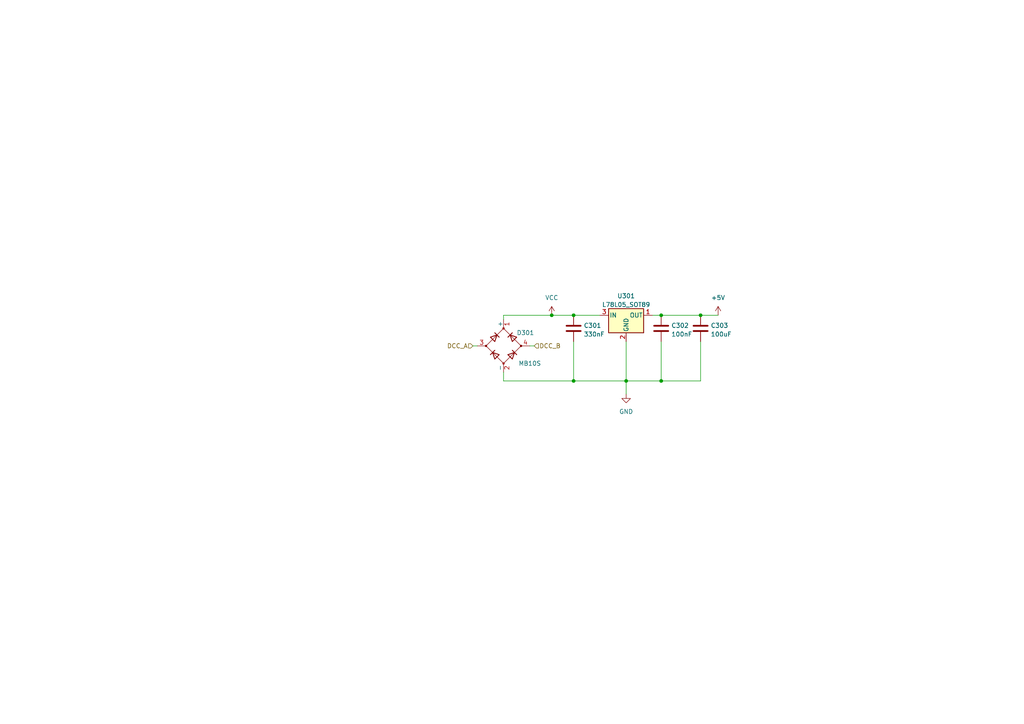
<source format=kicad_sch>
(kicad_sch (version 20230121) (generator eeschema)
  (paper "A4")
  (lib_symbols
    (symbol "Device:C" (pin_numbers hide) (pin_names (offset 0.254))
      (property "Reference" "C" (at 0.635 2.54 0))
      (property "Value" "C" (at 0.635 -2.54 0))
      (symbol "C_0_1"
        (polyline (pts (xy -2.032 -0.762) (xy 2.032 -0.762)) (stroke (width 0.508)))
        (polyline (pts (xy -2.032 0.762) (xy 2.032 0.762)) (stroke (width 0.508)))
      )
      (symbol "C_1_1"
        (pin passive line (at 0 3.81 270) (length 2.794) (name "~") (number "1"))
        (pin passive line (at 0 -3.81 90) (length 2.794) (name "~") (number "2"))
      )
    )
    (symbol "Regulator_Linear:L78L05_SOT89" (pin_names (offset 0.254))
      (property "Reference" "U" (at -3.81 3.175 0))
      (property "Value" "L78L05_SOT89" (at -0.635 3.175 0))
      (symbol "L78L05_SOT89_0_1"
        (rectangle (start -5.08 1.905) (end 5.08 -5.08) (stroke (width 0.254)) (fill (type background)))
      )
      (symbol "L78L05_SOT89_1_1"
        (pin power_out line (at 7.62 0 180) (length 2.54) (name "OUT") (number "1"))
        (pin power_in line (at 0 -7.62 90) (length 2.54) (name "GND") (number "2"))
        (pin power_in line (at -7.62 0 0) (length 2.54) (name "IN") (number "3"))
      )
    )
    (symbol "custom_kicad_lib_sk:MB10S" (pin_names (offset 0))
      (property "Reference" "D" (at 2.54 6.985 0))
      (property "Value" "MB10S" (at 2.54 5.08 0))
      (symbol "MB10S_0_1"
        (circle (center -5.08 0) (radius 0.254) (fill (type outline)))
        (circle (center 0 -5.08) (radius 0.254) (fill (type outline)))
        (polyline (pts (xy -2.54 3.81) (xy -1.27 2.54)) (stroke (width 0.254)))
        (polyline (pts (xy -1.27 -2.54) (xy -2.54 -3.81)) (stroke (width 0.254)))
        (polyline (pts (xy 2.54 -1.27) (xy 3.81 -2.54)) (stroke (width 0.254)))
        (polyline (pts (xy 2.54 1.27) (xy 3.81 2.54)) (stroke (width 0.254)))
        (polyline (pts (xy -3.81 2.54) (xy -2.54 1.27) (xy -1.905 3.175) (xy -3.81 2.54)) (stroke (width 0.254)))
        (polyline (pts (xy -2.54 -1.27) (xy -3.81 -2.54) (xy -1.905 -3.175) (xy -2.54 -1.27)) (stroke (width 0.254)))
        (polyline (pts (xy 1.27 2.54) (xy 2.54 3.81) (xy 3.175 1.905) (xy 1.27 2.54)) (stroke (width 0.254)))
        (polyline (pts (xy 3.175 -1.905) (xy 1.27 -2.54) (xy 2.54 -3.81) (xy 3.175 -1.905)) (stroke (width 0.254)))
        (polyline (pts (xy -5.08 0) (xy 0 -5.08) (xy 5.08 0) (xy 0 5.08) (xy -5.08 0)))
        (circle (center 0 5.08) (radius 0.254) (fill (type outline)))
        (circle (center 5.08 0) (radius 0.254) (fill (type outline)))
      )
      (symbol "MB10S_1_1"
        (pin passive line (at 7.62 0 180) (length 2.54) (name "+") (number "1"))
        (pin passive line (at -7.62 0 0) (length 2.54) (name "-") (number "2"))
        (pin passive line (at 0 7.62 270) (length 2.54) (name "~") (number "3"))
        (pin passive line (at 0 -7.62 90) (length 2.54) (name "~") (number "4"))
      )
    )
    (symbol "power:+5V" (power) (pin_names (offset 0))
      (property "Value" "+5V" (at 0 3.556 0))
      (symbol "+5V_0_1"
        (polyline (pts (xy -0.762 1.27) (xy 0 2.54)))
        (polyline (pts (xy 0 0) (xy 0 2.54)))
        (polyline (pts (xy 0 2.54) (xy 0.762 1.27)))
      )
      (symbol "+5V_1_1"
        (pin power_in line (at 0 0 90) (length 0) hide (name "+5V") (number "1"))
      )
    )
    (symbol "power:GND" (power) (pin_names (offset 0))
      (property "Value" "GND" (at 0 -3.81 0))
      (symbol "GND_0_1"
        (polyline (pts (xy 0 0) (xy 0 -1.27) (xy 1.27 -1.27) (xy 0 -2.54) (xy -1.27 -1.27) (xy 0 -1.27)))
      )
      (symbol "GND_1_1"
        (pin power_in line (at 0 0 270) (length 0) hide (name "GND") (number "1"))
      )
    )
    (symbol "power:VCC" (power) (pin_names (offset 0))
      (property "Value" "VCC" (at 0 3.81 0))
      (symbol "VCC_0_1"
        (polyline (pts (xy -0.762 1.27) (xy 0 2.54)))
        (polyline (pts (xy 0 0) (xy 0 2.54)))
        (polyline (pts (xy 0 2.54) (xy 0.762 1.27)))
      )
      (symbol "VCC_1_1"
        (pin power_in line (at 0 0 90) (length 0) hide (name "VCC") (number "1"))
      )
    )
  )
  (junction (at 191.77 91.44))
  (junction (at 160.02 91.44))
  (junction (at 203.2 91.44))
  (junction (at 181.61 110.49))
  (junction (at 166.37 91.44))
  (junction (at 191.77 110.49))
  (junction (at 166.37 110.49))
  (wire (pts (xy 166.37 91.44) (xy 173.99 91.44)))
  (wire (pts (xy 146.05 91.44) (xy 160.02 91.44)))
  (wire (pts (xy 146.05 91.44) (xy 146.05 92.71)))
  (wire (pts (xy 191.77 99.06) (xy 191.77 110.49)))
  (wire (pts (xy 181.61 110.49) (xy 181.61 114.3)))
  (wire (pts (xy 137.16 100.33) (xy 138.43 100.33)))
  (wire (pts (xy 166.37 110.49) (xy 181.61 110.49)))
  (wire (pts (xy 203.2 99.06) (xy 203.2 110.49)))
  (wire (pts (xy 160.02 91.44) (xy 166.37 91.44)))
  (wire (pts (xy 203.2 91.44) (xy 208.28 91.44)))
  (wire (pts (xy 146.05 107.95) (xy 146.05 110.49)))
  (wire (pts (xy 166.37 99.06) (xy 166.37 110.49)))
  (wire (pts (xy 146.05 110.49) (xy 166.37 110.49)))
  (wire (pts (xy 181.61 99.06) (xy 181.61 110.49)))
  (wire (pts (xy 191.77 110.49) (xy 203.2 110.49)))
  (wire (pts (xy 189.23 91.44) (xy 191.77 91.44)))
  (wire (pts (xy 153.67 100.33) (xy 154.94 100.33)))
  (wire (pts (xy 191.77 91.44) (xy 203.2 91.44)))
  (wire (pts (xy 181.61 110.49) (xy 191.77 110.49)))
  (hierarchical_label "DCC_B" (shape input) (at 154.94 100.33 0))
  (hierarchical_label "DCC_A" (shape input) (at 137.16 100.33 180))
  (symbol (lib_id "power:GND") (at 181.61 114.3 0) (unit 1)
    (property "Reference" "#PWR0102" (effects hide))
    (property "Value" "GND" (at 181.61 119.38 0))
  )
  (symbol (lib_id "Device:C") (at 191.77 95.25 0) (unit 1)
    (property "Reference" "C302" (at 194.691 94.4153 0) (effects (justify left)))
    (property "Value" "100nF" (at 194.691 96.9522 0) (effects (justify left)))
    (property "Footprint" "Capacitor_SMD:C_0603_1608Metric_Pad1.08x0.95mm_HandSolder" (effects hide))
    (property "JLCPCB Part#" "C14663" (effects hide))
    (instances (project "turningLoopLDR" (path "" (reference "C302") (unit 1))) (project "LDO" (path "" (reference "C302") (unit 1))) (project "general_schematics" (path "" (reference "C1802") (unit 1))))
  )
  (symbol (lib_id "Regulator_Linear:L78L05_SOT89") (at 181.61 91.44 0) (unit 1)
    (property "Reference" "U301" (at 181.61 85.8352 0))
    (property "Value" "L78L05_SOT89" (at 181.61 88.3721 0))
    (property "Footprint" "Package_TO_SOT_SMD:SOT-89-3" (effects hide))
    (property "Datasheet" "http://www.st.com/content/ccc/resource/technical/document/datasheet/15/55/e5/aa/23/5b/43/fd/CD00000446.pdf/files/CD00000446.pdf/jcr:content/translations/en.CD00000446.pdf" (effects hide))
    (property "JLCPCB Part#" "C71136" (effects hide))
    (instances (project "turningLoopLDR" (path "" (reference "U301") (unit 1))) (project "LDO" (path "" (reference "U301") (unit 1))) (project "general_schematics" (path "" (reference "U1801") (unit 1))))
  )
  (symbol (lib_id "power:VCC") (at 160.02 91.44 0) (unit 1)
    (property "Reference" "#PWR0103" (effects hide))
    (property "Value" "VCC" (at 160.02 86.36 0))
  )
  (symbol (lib_id "custom_kicad_lib_sk:MB10S") (at 146.05 100.33 90) (unit 1)
    (property "Reference" "D301" (at 152.4 96.52 90))
    (property "Value" "MB10S" (at 153.67 105.41 90))
    (property "Footprint" "Package_TO_SOT_SMD:TO-269AA" (effects hide))
    (property "JLCPCB Part#" "C2488" (effects hide))
  )
  (symbol (lib_id "power:+5V") (at 208.28 91.44 0) (unit 1)
    (property "Reference" "#PWR0101" (effects hide))
    (property "Value" "+5V" (at 208.28 86.36 0))
  )
  (symbol (lib_id "Device:C") (at 166.37 95.25 0) (unit 1)
    (property "Reference" "C301" (at 169.291 94.4153 0) (effects (justify left)))
    (property "Value" "330nF" (at 169.291 96.9522 0) (effects (justify left)))
    (property "Footprint" "Capacitor_SMD:C_0603_1608Metric_Pad1.08x0.95mm_HandSolder" (effects hide))
    (property "JLCPCB Part#" "C1615" (effects hide))
    (instances (project "turningLoopLDR" (path "" (reference "C301") (unit 1))) (project "LDO" (path "" (reference "C301") (unit 1))) (project "general_schematics" (path "" (reference "C1801") (unit 1))))
  )
  (symbol (lib_id "Device:C") (at 203.2 95.25 0) (unit 1)
    (property "Reference" "C303" (at 206.121 94.4153 0) (effects (justify left)))
    (property "Value" "100uF" (at 206.121 96.9522 0) (effects (justify left)))
    (property "Footprint" "Capacitor_SMD:C_1206_3216Metric_Pad1.33x1.80mm_HandSolder" (effects hide))
    (property "JLCPCB Part#" "C15008" (effects hide))
    (instances (project "turningLoopLDR" (path "" (reference "C303") (unit 1))) (project "LDO" (path "" (reference "C303") (unit 1))) (project "general_schematics" (path "" (reference "C1803") (unit 1))))
  )
)
</source>
